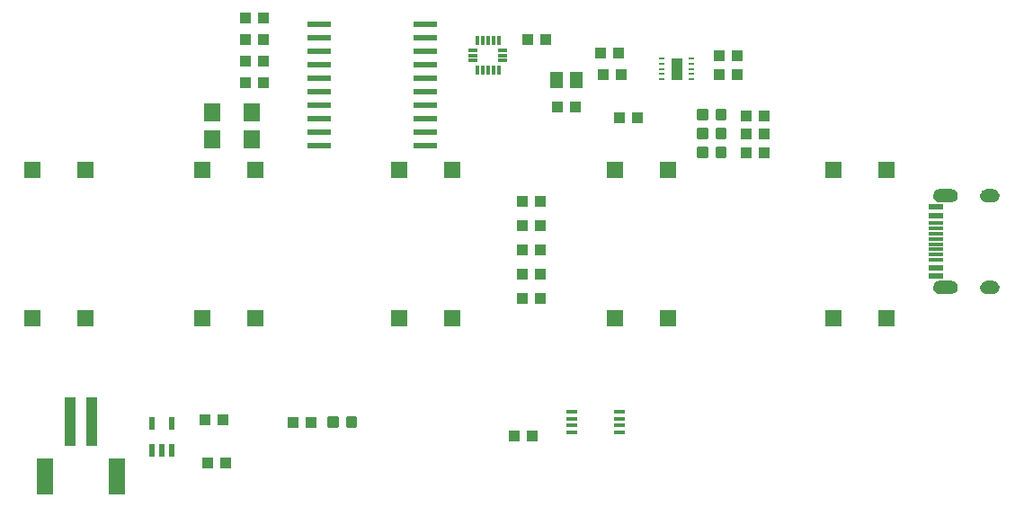
<source format=gbr>
G04 EAGLE Gerber RS-274X export*
G75*
%MOMM*%
%FSLAX34Y34*%
%LPD*%
%INSolderpaste Top*%
%IPPOS*%
%AMOC8*
5,1,8,0,0,1.08239X$1,22.5*%
G01*
%ADD10R,1.100000X0.400000*%
%ADD11R,0.300000X0.952400*%
%ADD12R,0.850800X0.300000*%
%ADD13R,2.200000X0.600000*%
%ADD14R,1.100000X1.000000*%
%ADD15R,0.550000X1.200000*%
%ADD16R,1.550000X1.600000*%
%ADD17R,0.599000X0.260000*%
%ADD18R,1.000000X2.000000*%
%ADD19C,0.300000*%
%ADD20R,1.300000X1.500000*%
%ADD21R,1.000000X4.600000*%
%ADD22R,1.600000X3.400000*%
%ADD23R,1.450000X0.300000*%
%ADD24R,1.450000X0.600000*%
%ADD25R,1.450000X0.550000*%
%ADD26R,1.524000X1.676400*%

G36*
X955005Y225114D02*
X955005Y225114D01*
X955008Y225111D01*
X956275Y225316D01*
X956281Y225322D01*
X956286Y225319D01*
X957475Y225801D01*
X957479Y225808D01*
X957485Y225806D01*
X958538Y226540D01*
X958540Y226548D01*
X958546Y226547D01*
X959409Y227497D01*
X959410Y227506D01*
X959415Y227506D01*
X960045Y228625D01*
X960044Y228633D01*
X960050Y228635D01*
X960415Y229865D01*
X960412Y229872D01*
X960416Y229875D01*
X960415Y229875D01*
X960417Y229876D01*
X960499Y231157D01*
X960497Y231161D01*
X960499Y231163D01*
X960417Y232444D01*
X960411Y232450D01*
X960415Y232455D01*
X960050Y233685D01*
X960043Y233690D01*
X960045Y233695D01*
X959415Y234814D01*
X959408Y234817D01*
X959409Y234823D01*
X958546Y235773D01*
X958538Y235774D01*
X958538Y235780D01*
X957485Y236514D01*
X957477Y236514D01*
X957475Y236519D01*
X956286Y237001D01*
X956278Y236999D01*
X956275Y237004D01*
X955008Y237209D01*
X955003Y237206D01*
X955000Y237209D01*
X943000Y237209D01*
X942996Y237206D01*
X942993Y237209D01*
X941713Y237014D01*
X941707Y237008D01*
X941703Y237011D01*
X940499Y236536D01*
X940494Y236529D01*
X940489Y236531D01*
X939421Y235800D01*
X939418Y235793D01*
X939412Y235793D01*
X938533Y234843D01*
X938533Y234835D01*
X938527Y234834D01*
X937882Y233713D01*
X937883Y233704D01*
X937877Y233702D01*
X937498Y232465D01*
X937498Y232463D01*
X937497Y232462D01*
X937500Y232458D01*
X937500Y232457D01*
X937496Y232454D01*
X937401Y231164D01*
X937404Y231159D01*
X937401Y231157D01*
X937468Y230026D01*
X937473Y230021D01*
X937469Y230017D01*
X937756Y228920D01*
X937762Y228916D01*
X937759Y228911D01*
X938254Y227892D01*
X938260Y227889D01*
X938259Y227884D01*
X938943Y226981D01*
X938950Y226979D01*
X938950Y226974D01*
X939797Y226221D01*
X939804Y226221D01*
X939805Y226216D01*
X940782Y225643D01*
X940789Y225644D01*
X940791Y225639D01*
X941862Y225268D01*
X941868Y225271D01*
X941871Y225266D01*
X942993Y225111D01*
X942998Y225114D01*
X943000Y225111D01*
X955000Y225111D01*
X955005Y225114D01*
G37*
G36*
X955005Y138714D02*
X955005Y138714D01*
X955008Y138711D01*
X956275Y138916D01*
X956281Y138922D01*
X956286Y138919D01*
X957475Y139401D01*
X957479Y139408D01*
X957485Y139406D01*
X958538Y140140D01*
X958540Y140148D01*
X958546Y140147D01*
X959409Y141097D01*
X959410Y141106D01*
X959415Y141106D01*
X960045Y142225D01*
X960044Y142233D01*
X960050Y142235D01*
X960415Y143465D01*
X960412Y143472D01*
X960416Y143475D01*
X960415Y143475D01*
X960417Y143476D01*
X960499Y144757D01*
X960497Y144761D01*
X960499Y144763D01*
X960417Y146044D01*
X960411Y146050D01*
X960415Y146055D01*
X960050Y147285D01*
X960043Y147290D01*
X960045Y147295D01*
X959415Y148414D01*
X959408Y148417D01*
X959409Y148423D01*
X958546Y149373D01*
X958538Y149374D01*
X958538Y149380D01*
X957485Y150114D01*
X957477Y150114D01*
X957475Y150119D01*
X956286Y150601D01*
X956278Y150599D01*
X956275Y150604D01*
X955008Y150809D01*
X955003Y150806D01*
X955000Y150809D01*
X943000Y150809D01*
X942996Y150806D01*
X942993Y150809D01*
X941713Y150614D01*
X941707Y150608D01*
X941703Y150611D01*
X940499Y150136D01*
X940494Y150129D01*
X940489Y150131D01*
X939421Y149400D01*
X939418Y149393D01*
X939412Y149393D01*
X938533Y148443D01*
X938533Y148435D01*
X938527Y148434D01*
X937882Y147313D01*
X937883Y147304D01*
X937877Y147302D01*
X937498Y146065D01*
X937498Y146063D01*
X937497Y146062D01*
X937500Y146059D01*
X937500Y146057D01*
X937496Y146054D01*
X937401Y144764D01*
X937404Y144759D01*
X937401Y144757D01*
X937468Y143626D01*
X937473Y143621D01*
X937469Y143617D01*
X937756Y142520D01*
X937762Y142516D01*
X937759Y142511D01*
X938254Y141492D01*
X938260Y141489D01*
X938259Y141484D01*
X938943Y140581D01*
X938950Y140579D01*
X938950Y140574D01*
X939797Y139821D01*
X939804Y139821D01*
X939805Y139816D01*
X940782Y139243D01*
X940789Y139244D01*
X940791Y139239D01*
X941862Y138868D01*
X941868Y138871D01*
X941871Y138866D01*
X942993Y138711D01*
X942998Y138714D01*
X943000Y138711D01*
X955000Y138711D01*
X955005Y138714D01*
G37*
G36*
X993804Y138713D02*
X993804Y138713D01*
X993806Y138711D01*
X995135Y138866D01*
X995141Y138872D01*
X995145Y138869D01*
X996406Y139316D01*
X996411Y139323D01*
X996416Y139321D01*
X997546Y140038D01*
X997549Y140045D01*
X997555Y140044D01*
X998497Y140995D01*
X998498Y141003D01*
X998504Y141003D01*
X999211Y142139D01*
X999211Y142144D01*
X999212Y142145D01*
X999211Y142147D01*
X999216Y142149D01*
X999652Y143414D01*
X999650Y143422D01*
X999655Y143425D01*
X999799Y144755D01*
X999795Y144761D01*
X999799Y144765D01*
X999689Y145931D01*
X999684Y145936D01*
X999687Y145940D01*
X999352Y147063D01*
X999346Y147067D01*
X999348Y147071D01*
X998800Y148107D01*
X998794Y148110D01*
X998795Y148115D01*
X998056Y149023D01*
X998049Y149025D01*
X998049Y149030D01*
X997147Y149777D01*
X997140Y149777D01*
X997139Y149783D01*
X996108Y150339D01*
X996101Y150338D01*
X996099Y150343D01*
X994980Y150687D01*
X994973Y150685D01*
X994970Y150689D01*
X993805Y150809D01*
X993802Y150807D01*
X993800Y150809D01*
X987800Y150809D01*
X987797Y150807D01*
X987795Y150809D01*
X986619Y150698D01*
X986614Y150693D01*
X986610Y150696D01*
X985478Y150358D01*
X985474Y150352D01*
X985469Y150354D01*
X984425Y149802D01*
X984422Y149795D01*
X984417Y149797D01*
X983501Y149051D01*
X983500Y149044D01*
X983494Y149044D01*
X982741Y148135D01*
X982741Y148127D01*
X982736Y148127D01*
X982175Y147087D01*
X982176Y147080D01*
X982171Y147078D01*
X981824Y145949D01*
X981826Y145943D01*
X981822Y145940D01*
X981701Y144765D01*
X981705Y144758D01*
X981701Y144754D01*
X981858Y143414D01*
X981863Y143408D01*
X981860Y143403D01*
X982311Y142132D01*
X982318Y142127D01*
X982316Y142122D01*
X983038Y140983D01*
X983046Y140980D01*
X983045Y140974D01*
X984003Y140024D01*
X984011Y140023D01*
X984012Y140017D01*
X985157Y139304D01*
X985166Y139305D01*
X985167Y139299D01*
X986443Y138859D01*
X986450Y138861D01*
X986452Y138859D01*
X986453Y138857D01*
X987795Y138711D01*
X987798Y138713D01*
X987800Y138711D01*
X993800Y138711D01*
X993804Y138713D01*
G37*
G36*
X993804Y225113D02*
X993804Y225113D01*
X993806Y225111D01*
X995135Y225266D01*
X995141Y225272D01*
X995145Y225269D01*
X996406Y225716D01*
X996411Y225723D01*
X996416Y225721D01*
X997546Y226438D01*
X997549Y226445D01*
X997555Y226444D01*
X998497Y227395D01*
X998498Y227403D01*
X998504Y227403D01*
X999211Y228539D01*
X999211Y228544D01*
X999212Y228545D01*
X999210Y228547D01*
X999216Y228549D01*
X999652Y229814D01*
X999650Y229822D01*
X999655Y229825D01*
X999799Y231155D01*
X999795Y231161D01*
X999799Y231165D01*
X999689Y232331D01*
X999684Y232336D01*
X999687Y232340D01*
X999352Y233463D01*
X999346Y233467D01*
X999348Y233471D01*
X998800Y234507D01*
X998794Y234510D01*
X998795Y234515D01*
X998056Y235423D01*
X998049Y235425D01*
X998049Y235430D01*
X997147Y236177D01*
X997140Y236177D01*
X997139Y236183D01*
X996108Y236739D01*
X996101Y236738D01*
X996099Y236743D01*
X994980Y237087D01*
X994973Y237085D01*
X994970Y237089D01*
X993805Y237209D01*
X993802Y237207D01*
X993800Y237209D01*
X987800Y237209D01*
X987797Y237207D01*
X987795Y237209D01*
X986619Y237098D01*
X986614Y237093D01*
X986610Y237096D01*
X985478Y236758D01*
X985474Y236752D01*
X985469Y236754D01*
X984425Y236202D01*
X984422Y236195D01*
X984417Y236197D01*
X983501Y235451D01*
X983500Y235444D01*
X983494Y235444D01*
X982741Y234535D01*
X982741Y234527D01*
X982736Y234527D01*
X982175Y233487D01*
X982176Y233480D01*
X982171Y233478D01*
X981824Y232349D01*
X981826Y232343D01*
X981822Y232340D01*
X981701Y231165D01*
X981705Y231158D01*
X981701Y231154D01*
X981858Y229814D01*
X981863Y229808D01*
X981860Y229803D01*
X982311Y228532D01*
X982318Y228527D01*
X982316Y228522D01*
X983038Y227383D01*
X983046Y227380D01*
X983045Y227374D01*
X984003Y226424D01*
X984011Y226423D01*
X984012Y226417D01*
X985157Y225704D01*
X985166Y225705D01*
X985167Y225699D01*
X986443Y225259D01*
X986450Y225261D01*
X986452Y225259D01*
X986453Y225257D01*
X987795Y225111D01*
X987798Y225113D01*
X987800Y225111D01*
X993800Y225111D01*
X993804Y225113D01*
G37*
D10*
X597260Y27530D03*
X597260Y21030D03*
X597260Y14530D03*
X597260Y8030D03*
X642260Y8030D03*
X642260Y14530D03*
X642260Y21030D03*
X642260Y27530D03*
D11*
X528160Y377482D03*
X523160Y377482D03*
X518160Y377482D03*
X513160Y377482D03*
X508160Y377482D03*
D12*
X504140Y368220D03*
X504140Y363220D03*
X504140Y358220D03*
D11*
X508160Y348958D03*
X513160Y348958D03*
X518160Y348958D03*
X523160Y348958D03*
X528160Y348958D03*
D12*
X532180Y358220D03*
X532180Y363220D03*
X532180Y368220D03*
D13*
X358940Y392430D03*
X358940Y379730D03*
X358940Y367030D03*
X358940Y354330D03*
X358940Y341630D03*
X358940Y328930D03*
X358940Y316230D03*
X358940Y303530D03*
X358940Y290830D03*
X358940Y278130D03*
X458940Y278130D03*
X458940Y290830D03*
X458940Y303530D03*
X458940Y316230D03*
X458940Y328930D03*
X458940Y341630D03*
X458940Y354330D03*
X458940Y367030D03*
X458940Y379730D03*
X458940Y392430D03*
D14*
X559680Y5080D03*
X542680Y5080D03*
X555380Y378460D03*
X572380Y378460D03*
D15*
X201320Y-9191D03*
X210820Y-9191D03*
X220320Y-9191D03*
X220320Y16811D03*
X201320Y16811D03*
D14*
X306950Y337820D03*
X289950Y337820D03*
X254390Y-20320D03*
X271390Y-20320D03*
X251850Y20320D03*
X268850Y20320D03*
X289950Y398780D03*
X306950Y398780D03*
X289950Y378460D03*
X306950Y378460D03*
X289950Y358140D03*
X306950Y358140D03*
D16*
X637940Y115670D03*
X687940Y115670D03*
X687940Y255170D03*
X637940Y255170D03*
X89300Y115670D03*
X139300Y115670D03*
X139300Y255170D03*
X89300Y255170D03*
X843680Y115670D03*
X893680Y115670D03*
X893680Y255170D03*
X843680Y255170D03*
X434740Y115670D03*
X484740Y115670D03*
X484740Y255170D03*
X434740Y255170D03*
X249320Y115670D03*
X299320Y115670D03*
X299320Y255170D03*
X249320Y255170D03*
D17*
X681965Y350520D03*
X681965Y355520D03*
X681965Y360520D03*
X681965Y345520D03*
X681965Y340520D03*
X709955Y340520D03*
X709955Y345520D03*
X709955Y350520D03*
X709955Y355520D03*
X709955Y360520D03*
D18*
X695960Y350520D03*
D14*
X761120Y271780D03*
X778120Y271780D03*
X761120Y289560D03*
X778120Y289560D03*
X761120Y306070D03*
X778120Y306070D03*
D19*
X734250Y303840D02*
X734250Y310840D01*
X741250Y310840D01*
X741250Y303840D01*
X734250Y303840D01*
X734250Y306690D02*
X741250Y306690D01*
X741250Y309540D02*
X734250Y309540D01*
X716710Y310840D02*
X716710Y303840D01*
X716710Y310840D02*
X723710Y310840D01*
X723710Y303840D01*
X716710Y303840D01*
X716710Y306690D02*
X723710Y306690D01*
X723710Y309540D02*
X716710Y309540D01*
X734250Y293060D02*
X734250Y286060D01*
X734250Y293060D02*
X741250Y293060D01*
X741250Y286060D01*
X734250Y286060D01*
X734250Y288910D02*
X741250Y288910D01*
X741250Y291760D02*
X734250Y291760D01*
X716710Y293060D02*
X716710Y286060D01*
X716710Y293060D02*
X723710Y293060D01*
X723710Y286060D01*
X716710Y286060D01*
X716710Y288910D02*
X723710Y288910D01*
X723710Y291760D02*
X716710Y291760D01*
X734250Y275280D02*
X734250Y268280D01*
X734250Y275280D02*
X741250Y275280D01*
X741250Y268280D01*
X734250Y268280D01*
X734250Y271130D02*
X741250Y271130D01*
X741250Y273980D02*
X734250Y273980D01*
X716710Y275280D02*
X716710Y268280D01*
X716710Y275280D02*
X723710Y275280D01*
X723710Y268280D01*
X716710Y268280D01*
X716710Y271130D02*
X723710Y271130D01*
X723710Y273980D02*
X716710Y273980D01*
D14*
X641740Y304800D03*
X658740Y304800D03*
X735720Y345440D03*
X752720Y345440D03*
X735720Y363220D03*
X752720Y363220D03*
D20*
X582320Y340360D03*
X601320Y340360D03*
D14*
X583320Y314960D03*
X600320Y314960D03*
D21*
X144620Y18204D03*
X124620Y18204D03*
D22*
X168620Y-33796D03*
X100620Y-33796D03*
D23*
X939800Y195460D03*
X939800Y190460D03*
D24*
X939800Y220210D03*
D25*
X939800Y212460D03*
D23*
X939800Y205460D03*
X939800Y200460D03*
X939800Y180460D03*
X939800Y185460D03*
D24*
X939800Y155710D03*
D25*
X939800Y163460D03*
D23*
X939800Y170460D03*
X939800Y175460D03*
D14*
X623960Y365760D03*
X640960Y365760D03*
X626500Y345440D03*
X643500Y345440D03*
X550300Y226060D03*
X567300Y226060D03*
X550300Y203200D03*
X567300Y203200D03*
X550300Y180340D03*
X567300Y180340D03*
X550300Y157480D03*
X567300Y157480D03*
X550300Y134620D03*
X567300Y134620D03*
D26*
X295656Y309880D03*
X258064Y309880D03*
X295656Y284480D03*
X258064Y284480D03*
D19*
X386270Y21280D02*
X386270Y14280D01*
X386270Y21280D02*
X393270Y21280D01*
X393270Y14280D01*
X386270Y14280D01*
X386270Y17130D02*
X393270Y17130D01*
X393270Y19980D02*
X386270Y19980D01*
X368730Y21280D02*
X368730Y14280D01*
X368730Y21280D02*
X375730Y21280D01*
X375730Y14280D01*
X368730Y14280D01*
X368730Y17130D02*
X375730Y17130D01*
X375730Y19980D02*
X368730Y19980D01*
D14*
X334400Y17780D03*
X351400Y17780D03*
M02*

</source>
